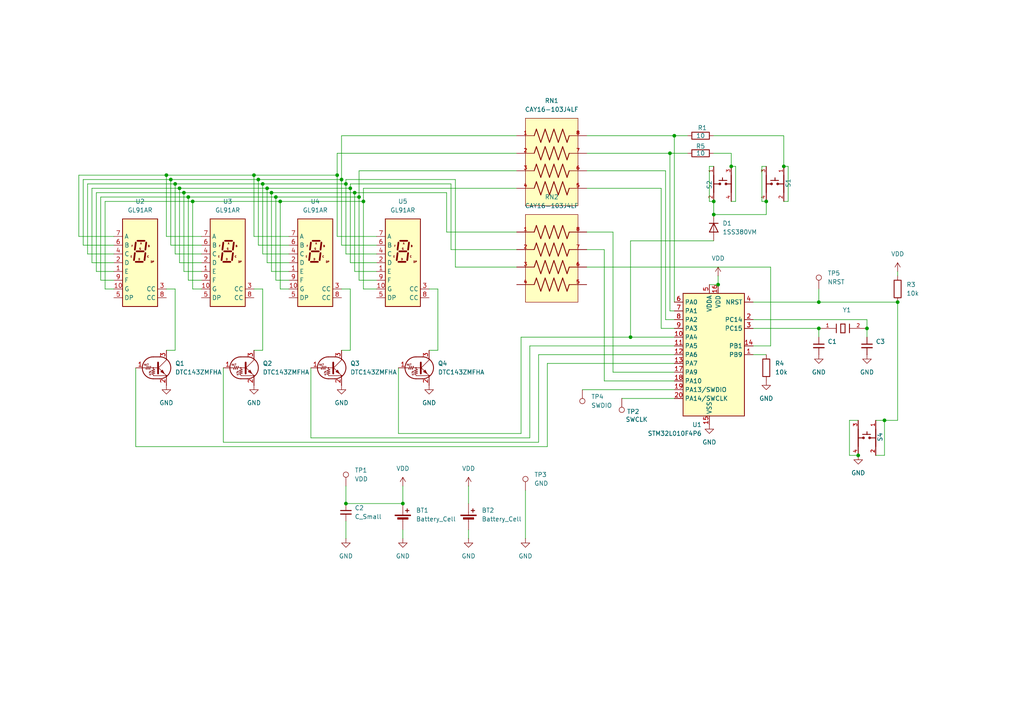
<source format=kicad_sch>
(kicad_sch (version 20231120) (generator "eeschema") (generator_version "8.0")
  (paper "A4")
  (lib_symbols
    (symbol "Connector:TestPoint" (pin_numbers hide) (pin_names (offset 0.762) hide)
      (property "Reference" "TP" (at 0 6.858 0))
      (property "Value" "TestPoint" (at 0 5.08 0))
      (symbol "TestPoint_0_1"
        (circle (center 0 3.302) (radius 0.762))
      )
      (symbol "TestPoint_1_1"
        (pin passive line (at 0 0 90) (length 2.54) (name "1") (number "1"))
      )
    )
    (symbol "Device:Battery_Cell" (pin_numbers hide) (pin_names (offset 0) hide)
      (property "Reference" "BT" (at 2.54 2.54 0))
      (property "Value" "Battery_Cell" (at 2.54 0 0))
      (symbol "Battery_Cell_0_1"
        (rectangle (start -2.286 1.778) (end 2.286 1.524) (fill (type outline)))
        (rectangle (start -1.524 1.016) (end 1.524 0.508) (fill (type outline)))
        (polyline (pts (xy 0 0.762) (xy 0 0)))
        (polyline (pts (xy 0 1.778) (xy 0 2.54)))
        (polyline (pts (xy 0.762 3.048) (xy 1.778 3.048)) (stroke (width 0.254)))
        (polyline (pts (xy 1.27 3.556) (xy 1.27 2.54)) (stroke (width 0.254)))
      )
      (symbol "Battery_Cell_1_1"
        (pin passive line (at 0 5.08 270) (length 2.54) (name "+") (number "1"))
        (pin passive line (at 0 -2.54 90) (length 2.54) (name "-") (number "2"))
      )
    )
    (symbol "Device:C_Small" (pin_numbers hide) (pin_names (offset 0.254) hide)
      (property "Reference" "C" (at 0.254 1.778 0))
      (property "Value" "C_Small" (at 0.254 -2.032 0))
      (symbol "C_Small_0_1"
        (polyline (pts (xy -1.524 -0.508) (xy 1.524 -0.508)) (stroke (width 0.3302)))
        (polyline (pts (xy -1.524 0.508) (xy 1.524 0.508)) (stroke (width 0.3048)))
      )
      (symbol "C_Small_1_1"
        (pin passive line (at 0 2.54 270) (length 2.032) (name "~") (number "1"))
        (pin passive line (at 0 -2.54 90) (length 2.032) (name "~") (number "2"))
      )
    )
    (symbol "Device:R" (pin_numbers hide) (pin_names (offset 0))
      (property "Reference" "R" (at 2.032 0 90))
      (property "Value" "R" (at 0 0 90))
      (symbol "R_0_1"
        (rectangle (start -1.016 -2.54) (end 1.016 2.54) (stroke (width 0.254)))
      )
      (symbol "R_1_1"
        (pin passive line (at 0 3.81 270) (length 1.27) (name "~") (number "1"))
        (pin passive line (at 0 -3.81 90) (length 1.27) (name "~") (number "2"))
      )
    )
    (symbol "Diode:1SS355VM" (pin_numbers hide) (pin_names hide)
      (property "Reference" "D" (at 0 2.54 0))
      (property "Value" "1SS355VM" (at 0 -2.54 0))
      (symbol "1SS355VM_0_1"
        (polyline (pts (xy -1.27 1.27) (xy -1.27 -1.27)) (stroke (width 0.254)))
        (polyline (pts (xy 1.27 0) (xy -1.27 0)))
        (polyline (pts (xy 1.27 1.27) (xy 1.27 -1.27) (xy -1.27 0) (xy 1.27 1.27)) (stroke (width 0.254)))
      )
      (symbol "1SS355VM_1_1"
        (pin passive line (at -3.81 0 0) (length 2.54) (name "K") (number "1"))
        (pin passive line (at 3.81 0 180) (length 2.54) (name "A") (number "2"))
      )
    )
    (symbol "Display_Character:GL91AR"
      (property "Reference" "U" (at -2.54 13.97 0))
      (property "Value" "GL91AR" (at 1.27 13.97 0))
      (symbol "GL91AR_0_0"
        (text "A" (at 0.254 5.588 0) (effects (font (size 0.508 0.508))))
        (text "B" (at 2.54 4.826 0) (effects (font (size 0.508 0.508))))
        (text "C" (at 2.286 1.778 0) (effects (font (size 0.508 0.508))))
        (text "D" (at -0.254 1.016 0) (effects (font (size 0.508 0.508))))
        (text "DP" (at 3.556 0.254 0) (effects (font (size 0.508 0.508))))
        (text "E" (at -2.54 1.778 0) (effects (font (size 0.508 0.508))))
        (text "F" (at -2.286 4.826 0) (effects (font (size 0.508 0.508))))
        (text "G" (at 0 4.064 0) (effects (font (size 0.508 0.508))))
      )
      (symbol "GL91AR_0_1"
        (rectangle (start -5.08 12.7) (end 5.08 -12.7) (stroke (width 0.254)) (fill (type background)))
        (polyline (pts (xy -1.524 2.794) (xy -1.778 0.762)) (stroke (width 0.508)))
        (polyline (pts (xy -1.27 0.254) (xy 0.762 0.254)) (stroke (width 0.508)))
        (polyline (pts (xy -1.27 5.842) (xy -1.524 3.81)) (stroke (width 0.508)))
        (polyline (pts (xy -1.016 3.302) (xy 1.016 3.302)) (stroke (width 0.508)))
        (polyline (pts (xy -0.762 6.35) (xy 1.27 6.35)) (stroke (width 0.508)))
        (polyline (pts (xy 1.524 2.794) (xy 1.27 0.762)) (stroke (width 0.508)))
        (polyline (pts (xy 1.778 5.842) (xy 1.524 3.81)) (stroke (width 0.508)))
        (polyline (pts (xy 2.54 0.254) (xy 2.54 0.254)) (stroke (width 0.508)))
      )
      (symbol "GL91AR_1_1"
        (pin input line (at -7.62 -2.54 0) (length 2.54) (name "E") (number "1"))
        (pin input line (at -7.62 -7.62 0) (length 2.54) (name "G") (number "10"))
        (pin input line (at -7.62 0 0) (length 2.54) (name "D") (number "2"))
        (pin input line (at 7.62 -7.62 180) (length 2.54) (name "CC") (number "3"))
        (pin input line (at -7.62 2.54 0) (length 2.54) (name "C") (number "4"))
        (pin input line (at -7.62 -10.16 0) (length 2.54) (name "DP") (number "5"))
        (pin input line (at -7.62 5.08 0) (length 2.54) (name "B") (number "6"))
        (pin input line (at -7.62 7.62 0) (length 2.54) (name "A") (number "7"))
        (pin input line (at 7.62 -10.16 180) (length 2.54) (name "CC") (number "8"))
        (pin input line (at -7.62 -5.08 0) (length 2.54) (name "F") (number "9"))
      )
    )
    (symbol "MCU_ST_STM32L0:STM32L010F4Px"
      (property "Reference" "U1" (at 4.7341 -20.32 0))
      (property "Value" "STM32L010F4P6" (at 4.7341 -22.86 0))
      (symbol "STM32L010F4Px_0_1"
        (rectangle (start -7.62 17.78) (end 10.16 -17.78) (stroke (width 0.254)) (fill (type background)))
      )
      (symbol "STM32L010F4Px_1_1"
        (pin bidirectional line (at -10.16 0 0) (length 2.54) (name "PB9") (number "1"))
        (pin bidirectional line (at 12.7 5.08 180) (length 2.54) (name "PA4") (number "10"))
        (pin bidirectional line (at 12.7 2.54 180) (length 2.54) (name "PA5") (number "11"))
        (pin bidirectional line (at 12.7 0 180) (length 2.54) (name "PA6") (number "12"))
        (pin bidirectional line (at 12.7 -2.54 180) (length 2.54) (name "PA7") (number "13"))
        (pin bidirectional line (at -10.16 2.54 0) (length 2.54) (name "PB1") (number "14"))
        (pin power_in line (at 2.54 -20.32 90) (length 2.54) (name "VSS") (number "15"))
        (pin power_in line (at 0 20.32 270) (length 2.54) (name "VDD") (number "16"))
        (pin bidirectional line (at 12.7 -5.08 180) (length 2.54) (name "PA9") (number "17"))
        (pin bidirectional line (at 12.7 -7.62 180) (length 2.54) (name "PA10") (number "18"))
        (pin bidirectional line (at 12.7 -10.16 180) (length 2.54) (name "PA13/SWDIO") (number "19"))
        (pin bidirectional line (at -10.16 10.16 0) (length 2.54) (name "PC14") (number "2"))
        (pin bidirectional line (at 12.7 -12.7 180) (length 2.54) (name "PA14/SWCLK") (number "20"))
        (pin bidirectional line (at -10.16 7.62 0) (length 2.54) (name "PC15") (number "3"))
        (pin input line (at -10.16 15.24 0) (length 2.54) (name "NRST") (number "4"))
        (pin power_in line (at 2.54 20.32 270) (length 2.54) (name "VDDA") (number "5"))
        (pin bidirectional line (at 12.7 15.24 180) (length 2.54) (name "PA0") (number "6"))
        (pin bidirectional line (at 12.7 12.7 180) (length 2.54) (name "PA1") (number "7"))
        (pin bidirectional line (at 12.7 10.16 180) (length 2.54) (name "PA2") (number "8"))
        (pin bidirectional line (at 12.7 7.62 180) (length 2.54) (name "PA3") (number "9"))
      )
    )
    (symbol "Resistror_network_smd:CAY16-103J4LF" (pin_names (offset 1.016))
      (property "Reference" "RN" (at -6.8624 13.4635 0))
      (property "Value" "CAY16-103J4LF" (at -6.614 -15.7546 0))
      (symbol "CAY16-103J4LF_0_0"
        (rectangle (start -7.62 -12.7) (end 7.62 12.7) (stroke (width 0.1524)) (fill (type background)))
        (polyline (pts (xy -5.08 -7.62) (xy -4.445 -5.715)) (stroke (width 0.254)))
        (polyline (pts (xy -5.08 -2.54) (xy -4.445 -0.635)) (stroke (width 0.254)))
        (polyline (pts (xy -5.08 2.54) (xy -4.445 4.445)) (stroke (width 0.254)))
        (polyline (pts (xy -5.08 7.62) (xy -4.445 9.525)) (stroke (width 0.254)))
        (polyline (pts (xy -4.445 -5.715) (xy -3.175 -9.525)) (stroke (width 0.254)))
        (polyline (pts (xy -4.445 -0.635) (xy -3.175 -4.445)) (stroke (width 0.254)))
        (polyline (pts (xy -4.445 4.445) (xy -3.175 0.635)) (stroke (width 0.254)))
        (polyline (pts (xy -4.445 9.525) (xy -3.175 5.715)) (stroke (width 0.254)))
        (polyline (pts (xy -3.175 -9.525) (xy -1.905 -5.715)) (stroke (width 0.254)))
        (polyline (pts (xy -3.175 -4.445) (xy -1.905 -0.635)) (stroke (width 0.254)))
        (polyline (pts (xy -3.175 0.635) (xy -1.905 4.445)) (stroke (width 0.254)))
        (polyline (pts (xy -3.175 5.715) (xy -1.905 9.525)) (stroke (width 0.254)))
        (polyline (pts (xy -1.905 -5.715) (xy -0.635 -9.525)) (stroke (width 0.254)))
        (polyline (pts (xy -1.905 -0.635) (xy -0.635 -4.445)) (stroke (width 0.254)))
        (polyline (pts (xy -1.905 4.445) (xy -0.635 0.635)) (stroke (width 0.254)))
        (polyline (pts (xy -1.905 9.525) (xy -0.635 5.715)) (stroke (width 0.254)))
        (polyline (pts (xy -0.635 -9.525) (xy 0.635 -5.715)) (stroke (width 0.254)))
        (polyline (pts (xy -0.635 -4.445) (xy 0.635 -0.635)) (stroke (width 0.254)))
        (polyline (pts (xy -0.635 0.635) (xy 0.635 4.445)) (stroke (width 0.254)))
        (polyline (pts (xy -0.635 5.715) (xy 0.635 9.525)) (stroke (width 0.254)))
        (polyline (pts (xy 0.635 -5.715) (xy 1.905 -9.525)) (stroke (width 0.254)))
        (polyline (pts (xy 0.635 -0.635) (xy 1.905 -4.445)) (stroke (width 0.254)))
        (polyline (pts (xy 0.635 4.445) (xy 1.905 0.635)) (stroke (width 0.254)))
        (polyline (pts (xy 0.635 9.525) (xy 1.905 5.715)) (stroke (width 0.254)))
        (polyline (pts (xy 1.905 -9.525) (xy 3.175 -5.715)) (stroke (width 0.254)))
        (polyline (pts (xy 1.905 -4.445) (xy 3.175 -0.635)) (stroke (width 0.254)))
        (polyline (pts (xy 1.905 0.635) (xy 3.175 4.445)) (stroke (width 0.254)))
        (polyline (pts (xy 1.905 5.715) (xy 3.175 9.525)) (stroke (width 0.254)))
        (polyline (pts (xy 3.175 -5.715) (xy 4.445 -9.525)) (stroke (width 0.254)))
        (polyline (pts (xy 3.175 -0.635) (xy 4.445 -4.445)) (stroke (width 0.254)))
        (polyline (pts (xy 3.175 4.445) (xy 4.445 0.635)) (stroke (width 0.254)))
        (polyline (pts (xy 3.175 9.525) (xy 4.445 5.715)) (stroke (width 0.254)))
        (polyline (pts (xy 4.445 -9.525) (xy 5.08 -7.62)) (stroke (width 0.254)))
        (polyline (pts (xy 4.445 -4.445) (xy 5.08 -2.54)) (stroke (width 0.254)))
        (polyline (pts (xy 4.445 0.635) (xy 5.08 2.54)) (stroke (width 0.254)))
        (polyline (pts (xy 4.445 5.715) (xy 5.08 7.62)) (stroke (width 0.254)))
        (pin passive line (at -10.16 7.62 0) (length 5.08) (name "~") (number "1"))
        (pin passive line (at -10.16 2.54 0) (length 5.08) (name "~") (number "2"))
        (pin passive line (at -10.16 -2.54 0) (length 5.08) (name "~") (number "3"))
        (pin passive line (at -10.16 -7.62 0) (length 5.08) (name "~") (number "4"))
        (pin passive line (at 10.16 -7.62 180) (length 5.08) (name "~") (number "5"))
        (pin passive line (at 10.16 -2.54 180) (length 5.08) (name "~") (number "6"))
        (pin passive line (at 10.16 2.54 180) (length 5.08) (name "~") (number "7"))
        (pin passive line (at 10.16 7.62 180) (length 5.08) (name "~") (number "8"))
      )
    )
    (symbol "SW_SMD:SKRPACE010" (pin_names (offset 1.016))
      (property "Reference" "S" (at -2.5431 5.0863 0))
      (property "Value" "SKRPACE010" (at -2.5442 -5.0884 0))
      (symbol "SKRPACE010_0_0"
        (circle (center 0 -1.016) (radius 0.254) (stroke (width 0.254)))
        (polyline (pts (xy -5.08 2.54) (xy 5.08 2.54)) (stroke (width 0.254)))
        (polyline (pts (xy -2.54 -2.54) (xy 0 -2.54)) (stroke (width 0.254)))
        (polyline (pts (xy -2.54 2.54) (xy 0 2.54)) (stroke (width 0.254)))
        (polyline (pts (xy -1.016 0) (xy -1.778 0)) (stroke (width 0.254)))
        (polyline (pts (xy -1.016 0) (xy -1.016 -1.27)) (stroke (width 0.254)))
        (polyline (pts (xy -1.016 1.016) (xy -1.016 0)) (stroke (width 0.254)))
        (polyline (pts (xy 0 -2.54) (xy 2.54 -2.54)) (stroke (width 0.254)))
        (polyline (pts (xy 0 -1.016) (xy 0 -2.54)) (stroke (width 0.254)))
        (polyline (pts (xy 0 0.762) (xy 0 2.54)) (stroke (width 0.254)))
        (polyline (pts (xy 0 2.54) (xy 2.54 2.54)) (stroke (width 0.254)))
        (polyline (pts (xy 5.08 -2.54) (xy -5.08 -2.54)) (stroke (width 0.254)))
        (circle (center 0 0.762) (radius 0.254) (stroke (width 0.254)))
        (pin bidirectional line (at -5.08 2.54 0) (length 2.54) (name "~") (number "1"))
        (pin bidirectional line (at 5.08 2.54 180) (length 2.54) (name "~") (number "2"))
        (pin bidirectional line (at -5.08 -2.54 0) (length 2.54) (name "~") (number "3"))
        (pin bidirectional line (at 5.08 -2.54 180) (length 2.54) (name "~") (number "4"))
      )
    )
    (symbol "Transistor_BJT:DTC143Z" (pin_names (offset 0) hide)
      (property "Reference" "Q" (at 5.08 1.905 0))
      (property "Value" "DTC143Z" (at 5.08 0 0))
      (symbol "DTC143Z_0_0"
        (text "47k" (at -2.159 -1.524 900) (effects (font (size 0.508 0.508))))
        (text "4k7" (at -3.302 0.889 0) (effects (font (size 0.508 0.508))))
      )
      (symbol "DTC143Z_0_1"
        (circle (center -1.27 0) (radius 0.127))
        (arc (start -1.27 3.175) (mid -4.4312 0) (end -1.27 -3.175) (stroke (width 0.254)))
        (polyline (pts (xy -3.429 0) (xy -3.81 0)))
        (polyline (pts (xy -1.27 -3.175) (xy 0.635 -3.175)) (stroke (width 0.254)))
        (polyline (pts (xy -1.27 3.175) (xy 0.635 3.175)) (stroke (width 0.254)))
        (polyline (pts (xy 0 -0.254) (xy 2.54 2.286)))
        (polyline (pts (xy 0.127 1.524) (xy 0.127 -1.651)) (stroke (width 0.508)) (fill (type outline)))
        (polyline (pts (xy 2.54 2.286) (xy 2.54 2.54)))
        (polyline (pts (xy 2.54 -2.286) (xy 0 0.254) (xy 0 0.254)))
        (polyline (pts (xy 0.889 -1.143) (xy 1.397 -0.635) (xy 1.905 -1.651) (xy 0.889 -1.143)) (fill (type outline)))
        (polyline (pts (xy 0 0) (xy -1.905 0) (xy -2.032 0.508) (xy -2.286 -0.508) (xy -2.54 0.508) (xy -2.794 -0.508) (xy -3.048 0.508) (xy -3.302 -0.508) (xy -3.429 0)))
        (polyline (pts (xy -1.27 0) (xy -1.27 -0.381) (xy -0.762 -0.508) (xy -1.778 -0.762) (xy -0.762 -1.016) (xy -1.778 -1.27) (xy -0.762 -1.524) (xy -1.778 -1.778) (xy -1.27 -1.905) (xy -1.27 -2.286) (xy 2.54 -2.286)))
        (arc (start 0.635 -3.175) (mid 3.7962 0) (end 0.635 3.175) (stroke (width 0.254)))
        (circle (center 2.54 -2.286) (radius 0.127))
      )
      (symbol "DTC143Z_1_1"
        (pin input line (at -6.35 0 0) (length 2.54) (name "B") (number "1"))
        (pin passive line (at 2.54 -5.08 90) (length 2.54) (name "E") (number "2"))
        (pin passive line (at 2.54 5.08 270) (length 2.54) (name "C") (number "3"))
      )
    )
    (symbol "Xtal_SMD:FC-135_32.7680KA-A0" (pin_names (offset 1.016))
      (property "Reference" "Y1" (at 0.508 5.334 0))
      (symbol "FC-135_32.7680KA-A0_0_0"
        (polyline (pts (xy -2.54 1.27) (xy -2.54 -1.27)) (stroke (width 0.254)))
        (polyline (pts (xy -1.27 -1.27) (xy -1.27 1.27)) (stroke (width 0.254)))
        (polyline (pts (xy -1.27 1.27) (xy 0 1.27)) (stroke (width 0.254)))
        (polyline (pts (xy 0 -1.27) (xy -1.27 -1.27)) (stroke (width 0.254)))
        (polyline (pts (xy 0 1.27) (xy 0 -1.27)) (stroke (width 0.254)))
        (polyline (pts (xy 1.27 1.27) (xy 1.27 -1.27)) (stroke (width 0.254)))
        (pin passive line (at -7.62 0 0) (length 5.08) (name "~") (number "1"))
        (pin passive line (at 6.35 0 180) (length 5.08) (name "~") (number "2"))
      )
    )
    (symbol "power:GND" (power) (pin_numbers hide) (pin_names (offset 0) hide)
      (property "Value" "GND" (at 0 -3.81 0))
      (symbol "GND_0_1"
        (polyline (pts (xy 0 0) (xy 0 -1.27) (xy 1.27 -1.27) (xy 0 -2.54) (xy -1.27 -1.27) (xy 0 -1.27)))
      )
      (symbol "GND_1_1"
        (pin power_in line (at 0 0 270) (length 0) (name "~") (number "1"))
      )
    )
    (symbol "power:VDD" (power) (pin_numbers hide) (pin_names (offset 0) hide)
      (property "Value" "VDD" (at 0 3.556 0))
      (symbol "VDD_0_1"
        (polyline (pts (xy -0.762 1.27) (xy 0 2.54)))
        (polyline (pts (xy 0 0) (xy 0 2.54)))
        (polyline (pts (xy 0 2.54) (xy 0.762 1.27)))
      )
      (symbol "VDD_1_1"
        (pin power_in line (at 0 0 90) (length 0) (name "~") (number "1"))
      )
    )
  )
  (junction (at 105.41 58.42))
  (junction (at 52.07 54.61))
  (junction (at 208.28 82.55))
  (junction (at 116.84 146.05))
  (junction (at 74.93 52.07))
  (junction (at 50.8 53.34))
  (junction (at 227.33 48.26))
  (junction (at 207.01 62.23))
  (junction (at 237.49 95.25))
  (junction (at 256.54 121.92))
  (junction (at 102.87 55.88))
  (junction (at 104.14 57.15))
  (junction (at 222.25 58.42))
  (junction (at 194.31 44.45))
  (junction (at 76.2 53.34))
  (junction (at 237.49 87.63))
  (junction (at 251.46 95.25))
  (junction (at 97.79 50.8))
  (junction (at 53.34 55.88))
  (junction (at 100.33 146.05))
  (junction (at 195.58 39.37))
  (junction (at 49.53 52.07))
  (junction (at 212.09 48.26))
  (junction (at 48.26 50.8))
  (junction (at 101.6 54.61))
  (junction (at 73.66 50.8))
  (junction (at 80.01 57.15))
  (junction (at 260.35 87.63))
  (junction (at 78.74 55.88))
  (junction (at 99.06 52.07))
  (junction (at 248.92 132.08))
  (junction (at 54.61 57.15))
  (junction (at 81.28 58.42))
  (junction (at 100.33 53.34))
  (junction (at 207.01 58.42))
  (junction (at 77.47 54.61))
  (junction (at 55.88 58.42))
  (junction (at 182.88 97.79))
  (wire (pts (xy 177.8 67.31) (xy 170.18 67.31)))
  (wire (pts (xy 207.01 44.45) (xy 212.09 44.45)))
  (wire (pts (xy 48.26 68.58) (xy 48.26 50.8)))
  (wire (pts (xy 104.14 49.53) (xy 104.14 57.15)))
  (wire (pts (xy 100.33 52.07) (xy 132.08 52.07)))
  (wire (pts (xy 194.31 44.45) (xy 199.39 44.45)))
  (wire (pts (xy 90.17 127) (xy 153.67 127)))
  (wire (pts (xy 77.47 54.61) (xy 77.47 76.2)))
  (wire (pts (xy 212.09 48.26) (xy 213.36 48.26)))
  (wire (pts (xy 100.33 53.34) (xy 100.33 73.66)))
  (wire (pts (xy 130.81 72.39) (xy 149.86 72.39)))
  (wire (pts (xy 78.74 55.88) (xy 102.87 55.88)))
  (wire (pts (xy 83.82 76.2) (xy 77.47 76.2)))
  (wire (pts (xy 102.87 55.88) (xy 102.87 78.74)))
  (wire (pts (xy 170.18 49.53) (xy 193.04 49.53)))
  (wire (pts (xy 101.6 54.61) (xy 101.6 53.34)))
  (wire (pts (xy 180.34 115.57) (xy 195.58 115.57)))
  (wire (pts (xy 149.86 44.45) (xy 97.79 44.45)))
  (wire (pts (xy 195.58 39.37) (xy 195.58 87.63)))
  (wire (pts (xy 48.26 50.8) (xy 73.66 50.8)))
  (wire (pts (xy 207.01 62.23) (xy 222.25 62.23)))
  (wire (pts (xy 195.58 92.71) (xy 193.04 92.71)))
  (wire (pts (xy 81.28 83.82) (xy 81.28 58.42)))
  (wire (pts (xy 25.4 73.66) (xy 25.4 53.34)))
  (wire (pts (xy 127 83.82) (xy 127 101.6)))
  (wire (pts (xy 151.13 97.79) (xy 151.13 125.73)))
  (wire (pts (xy 132.08 77.47) (xy 149.86 77.47)))
  (wire (pts (xy 195.58 90.17) (xy 194.31 90.17)))
  (wire (pts (xy 105.41 58.42) (xy 105.41 83.82)))
  (wire (pts (xy 26.67 76.2) (xy 26.67 54.61)))
  (wire (pts (xy 97.79 50.8) (xy 97.79 68.58)))
  (wire (pts (xy 135.89 153.67) (xy 135.89 156.21)))
  (wire (pts (xy 100.33 146.05) (xy 116.84 146.05)))
  (wire (pts (xy 149.86 39.37) (xy 99.06 39.37)))
  (wire (pts (xy 58.42 83.82) (xy 55.88 83.82)))
  (wire (pts (xy 246.38 121.92) (xy 246.38 132.08)))
  (wire (pts (xy 50.8 101.6) (xy 48.26 101.6)))
  (wire (pts (xy 22.86 68.58) (xy 22.86 50.8)))
  (wire (pts (xy 228.6 48.26) (xy 228.6 58.42)))
  (wire (pts (xy 218.44 95.25) (xy 237.49 95.25)))
  (wire (pts (xy 208.28 80.01) (xy 208.28 82.55)))
  (wire (pts (xy 156.21 102.87) (xy 195.58 102.87)))
  (wire (pts (xy 130.81 53.34) (xy 130.81 72.39)))
  (wire (pts (xy 260.35 87.63) (xy 260.35 121.92)))
  (wire (pts (xy 129.54 67.31) (xy 149.86 67.31)))
  (wire (pts (xy 52.07 54.61) (xy 77.47 54.61)))
  (wire (pts (xy 22.86 50.8) (xy 48.26 50.8)))
  (wire (pts (xy 129.54 55.88) (xy 129.54 67.31)))
  (wire (pts (xy 100.33 53.34) (xy 100.33 52.07)))
  (wire (pts (xy 24.13 71.12) (xy 33.02 71.12)))
  (wire (pts (xy 177.8 107.95) (xy 177.8 67.31)))
  (wire (pts (xy 58.42 76.2) (xy 52.07 76.2)))
  (wire (pts (xy 153.67 100.33) (xy 153.67 127)))
  (wire (pts (xy 24.13 52.07) (xy 49.53 52.07)))
  (wire (pts (xy 73.66 68.58) (xy 73.66 50.8)))
  (wire (pts (xy 222.25 58.42) (xy 222.25 62.23)))
  (wire (pts (xy 83.82 78.74) (xy 78.74 78.74)))
  (wire (pts (xy 83.82 83.82) (xy 81.28 83.82)))
  (wire (pts (xy 205.74 82.55) (xy 208.28 82.55)))
  (wire (pts (xy 53.34 55.88) (xy 78.74 55.88)))
  (wire (pts (xy 220.98 48.26) (xy 220.98 58.42)))
  (wire (pts (xy 168.91 113.03) (xy 195.58 113.03)))
  (wire (pts (xy 156.21 102.87) (xy 156.21 128.27)))
  (wire (pts (xy 135.89 140.97) (xy 135.89 146.05)))
  (wire (pts (xy 218.44 87.63) (xy 237.49 87.63)))
  (wire (pts (xy 55.88 58.42) (xy 81.28 58.42)))
  (wire (pts (xy 105.41 54.61) (xy 105.41 58.42)))
  (wire (pts (xy 90.17 106.68) (xy 90.17 127)))
  (wire (pts (xy 212.09 44.45) (xy 212.09 48.26)))
  (wire (pts (xy 132.08 52.07) (xy 132.08 77.47)))
  (wire (pts (xy 33.02 73.66) (xy 25.4 73.66)))
  (wire (pts (xy 170.18 44.45) (xy 194.31 44.45)))
  (wire (pts (xy 175.26 110.49) (xy 195.58 110.49)))
  (wire (pts (xy 175.26 110.49) (xy 175.26 72.39)))
  (wire (pts (xy 248.92 121.92) (xy 246.38 121.92)))
  (wire (pts (xy 39.37 106.68) (xy 39.37 129.54)))
  (wire (pts (xy 53.34 78.74) (xy 53.34 55.88)))
  (wire (pts (xy 102.87 55.88) (xy 129.54 55.88)))
  (wire (pts (xy 105.41 83.82) (xy 109.22 83.82)))
  (wire (pts (xy 24.13 71.12) (xy 24.13 52.07)))
  (wire (pts (xy 195.58 39.37) (xy 199.39 39.37)))
  (wire (pts (xy 99.06 83.82) (xy 101.6 83.82)))
  (wire (pts (xy 207.01 48.26) (xy 205.74 48.26)))
  (wire (pts (xy 80.01 81.28) (xy 80.01 57.15)))
  (wire (pts (xy 52.07 76.2) (xy 52.07 54.61)))
  (wire (pts (xy 49.53 71.12) (xy 49.53 52.07)))
  (wire (pts (xy 158.75 105.41) (xy 158.75 129.54)))
  (wire (pts (xy 99.06 71.12) (xy 109.22 71.12)))
  (wire (pts (xy 237.49 83.82) (xy 237.49 87.63)))
  (wire (pts (xy 29.21 81.28) (xy 29.21 57.15)))
  (wire (pts (xy 182.88 97.79) (xy 151.13 97.79)))
  (wire (pts (xy 124.46 83.82) (xy 127 83.82)))
  (wire (pts (xy 54.61 57.15) (xy 80.01 57.15)))
  (wire (pts (xy 182.88 69.85) (xy 182.88 97.79)))
  (wire (pts (xy 55.88 58.42) (xy 55.88 83.82)))
  (wire (pts (xy 76.2 53.34) (xy 76.2 73.66)))
  (wire (pts (xy 83.82 73.66) (xy 76.2 73.66)))
  (wire (pts (xy 152.4 142.24) (xy 152.4 156.21)))
  (wire (pts (xy 97.79 68.58) (xy 109.22 68.58)))
  (wire (pts (xy 83.82 81.28) (xy 80.01 81.28)))
  (wire (pts (xy 39.37 129.54) (xy 158.75 129.54)))
  (wire (pts (xy 30.48 83.82) (xy 30.48 58.42)))
  (wire (pts (xy 33.02 81.28) (xy 29.21 81.28)))
  (wire (pts (xy 115.57 125.73) (xy 151.13 125.73)))
  (wire (pts (xy 101.6 54.61) (xy 101.6 76.2)))
  (wire (pts (xy 101.6 76.2) (xy 109.22 76.2)))
  (wire (pts (xy 207.01 69.85) (xy 182.88 69.85)))
  (wire (pts (xy 101.6 101.6) (xy 99.06 101.6)))
  (wire (pts (xy 73.66 101.6) (xy 76.2 101.6)))
  (wire (pts (xy 33.02 78.74) (xy 27.94 78.74)))
  (wire (pts (xy 207.01 39.37) (xy 227.33 39.37)))
  (wire (pts (xy 227.33 48.26) (xy 228.6 48.26)))
  (wire (pts (xy 116.84 140.97) (xy 116.84 146.05)))
  (wire (pts (xy 158.75 105.41) (xy 195.58 105.41)))
  (wire (pts (xy 218.44 92.71) (xy 251.46 92.71)))
  (wire (pts (xy 194.31 90.17) (xy 194.31 44.45)))
  (wire (pts (xy 27.94 78.74) (xy 27.94 55.88)))
  (wire (pts (xy 222.25 48.26) (xy 220.98 48.26)))
  (wire (pts (xy 30.48 58.42) (xy 55.88 58.42)))
  (wire (pts (xy 50.8 73.66) (xy 50.8 53.34)))
  (wire (pts (xy 254 121.92) (xy 256.54 121.92)))
  (wire (pts (xy 124.46 101.6) (xy 127 101.6)))
  (wire (pts (xy 76.2 83.82) (xy 76.2 101.6)))
  (wire (pts (xy 58.42 71.12) (xy 49.53 71.12)))
  (wire (pts (xy 104.14 57.15) (xy 104.14 81.28)))
  (wire (pts (xy 64.77 128.27) (xy 156.21 128.27)))
  (wire (pts (xy 207.01 58.42) (xy 207.01 62.23)))
  (wire (pts (xy 227.33 39.37) (xy 227.33 48.26)))
  (wire (pts (xy 58.42 81.28) (xy 54.61 81.28)))
  (wire (pts (xy 50.8 53.34) (xy 76.2 53.34)))
  (wire (pts (xy 99.06 52.07) (xy 99.06 71.12)))
  (wire (pts (xy 213.36 48.26) (xy 213.36 58.42)))
  (wire (pts (xy 27.94 55.88) (xy 53.34 55.88)))
  (wire (pts (xy 80.01 57.15) (xy 104.14 57.15)))
  (wire (pts (xy 25.4 53.34) (xy 50.8 53.34)))
  (wire (pts (xy 205.74 48.26) (xy 205.74 58.42)))
  (wire (pts (xy 54.61 81.28) (xy 54.61 57.15)))
  (wire (pts (xy 83.82 71.12) (xy 74.93 71.12)))
  (wire (pts (xy 256.54 132.08) (xy 256.54 121.92)))
  (wire (pts (xy 73.66 83.82) (xy 76.2 83.82)))
  (wire (pts (xy 74.93 52.07) (xy 74.93 71.12)))
  (wire (pts (xy 223.52 100.33) (xy 223.52 77.47)))
  (wire (pts (xy 170.18 54.61) (xy 191.77 54.61)))
  (wire (pts (xy 115.57 125.73) (xy 115.57 106.68)))
  (wire (pts (xy 97.79 44.45) (xy 97.79 50.8)))
  (wire (pts (xy 76.2 53.34) (xy 100.33 53.34)))
  (wire (pts (xy 29.21 57.15) (xy 54.61 57.15)))
  (wire (pts (xy 153.67 100.33) (xy 195.58 100.33)))
  (wire (pts (xy 218.44 100.33) (xy 223.52 100.33)))
  (wire (pts (xy 256.54 121.92) (xy 260.35 121.92)))
  (wire (pts (xy 218.44 102.87) (xy 222.25 102.87)))
  (wire (pts (xy 102.87 78.74) (xy 109.22 78.74)))
  (wire (pts (xy 213.36 58.42) (xy 212.09 58.42)))
  (wire (pts (xy 237.49 87.63) (xy 260.35 87.63)))
  (wire (pts (xy 175.26 72.39) (xy 170.18 72.39)))
  (wire (pts (xy 246.38 132.08) (xy 248.92 132.08)))
  (wire (pts (xy 58.42 78.74) (xy 53.34 78.74)))
  (wire (pts (xy 149.86 49.53) (xy 104.14 49.53)))
  (wire (pts (xy 104.14 81.28) (xy 109.22 81.28)))
  (wire (pts (xy 220.98 58.42) (xy 222.25 58.42)))
  (wire (pts (xy 26.67 54.61) (xy 52.07 54.61)))
  (wire (pts (xy 100.33 73.66) (xy 109.22 73.66)))
  (wire (pts (xy 101.6 83.82) (xy 101.6 101.6)))
  (wire (pts (xy 77.47 54.61) (xy 101.6 54.61)))
  (wire (pts (xy 260.35 78.74) (xy 260.35 80.01)))
  (wire (pts (xy 195.58 97.79) (xy 182.88 97.79)))
  (wire (pts (xy 50.8 83.82) (xy 50.8 101.6)))
  (wire (pts (xy 251.46 92.71) (xy 251.46 95.25)))
  (wire (pts (xy 205.74 58.42) (xy 207.01 58.42)))
  (wire (pts (xy 48.26 83.82) (xy 50.8 83.82)))
  (wire (pts (xy 58.42 68.58) (xy 48.26 68.58)))
  (wire (pts (xy 100.33 140.97) (xy 100.33 146.05)))
  (wire (pts (xy 58.42 73.66) (xy 50.8 73.66)))
  (wire (pts (xy 81.28 58.42) (xy 105.41 58.42)))
  (wire (pts (xy 49.53 52.07) (xy 74.93 52.07)))
  (wire (pts (xy 195.58 95.25) (xy 191.77 95.25)))
  (wire (pts (xy 191.77 95.25) (xy 191.77 54.61)))
  (wire (pts (xy 116.84 153.67) (xy 116.84 156.21)))
  (wire (pts (xy 74.93 52.07) (xy 99.06 52.07)))
  (wire (pts (xy 83.82 68.58) (xy 73.66 68.58)))
  (wire (pts (xy 78.74 78.74) (xy 78.74 55.88)))
  (wire (pts (xy 64.77 128.27) (xy 64.77 106.68)))
  (wire (pts (xy 73.66 50.8) (xy 97.79 50.8)))
  (wire (pts (xy 100.33 151.13) (xy 100.33 156.21)))
  (wire (pts (xy 170.18 39.37) (xy 195.58 39.37)))
  (wire (pts (xy 193.04 92.71) (xy 193.04 49.53)))
  (wire (pts (xy 237.49 95.25) (xy 237.49 97.79)))
  (wire (pts (xy 254 132.08) (xy 256.54 132.08)))
  (wire (pts (xy 33.02 68.58) (xy 22.86 68.58)))
  (wire (pts (xy 228.6 58.42) (xy 227.33 58.42)))
  (wire (pts (xy 223.52 77.47) (xy 170.18 77.47)))
  (wire (pts (xy 33.02 83.82) (xy 30.48 83.82)))
  (wire (pts (xy 149.86 54.61) (xy 105.41 54.61)))
  (wire (pts (xy 99.06 39.37) (xy 99.06 52.07)))
  (wire (pts (xy 101.6 53.34) (xy 130.81 53.34)))
  (wire (pts (xy 251.46 95.25) (xy 251.46 97.79)))
  (wire (pts (xy 33.02 76.2) (xy 26.67 76.2)))
  (wire (pts (xy 195.58 107.95) (xy 177.8 107.95)))
  (symbol (lib_id "Device:C_Small") (at 237.49 100.33 0) (unit 1)
    (property "Reference" "C1" (at 240.03 99.0662 0) (effects (justify left)))
    (property "Value" "C_Small" (effects (hide yes)))
    (property "Footprint" "Capacitor_SMD:C_0603_1608Metric" (effects (hide yes)))
    (property "Description" "Unpolarized capacitor, small symbol" (effects (hide yes)))
  )
  (symbol (lib_id "power:VDD") (at 116.84 140.97 0) (unit 1)
    (property "Reference" "#PWR07" (effects (hide yes)))
    (property "Value" "VDD" (at 116.84 135.89 0))
    (property "Description" "Power symbol creates a global label with name \"VDD\"" (effects (hide yes)))
  )
  (symbol (lib_id "Display_Character:GL91AR") (at 40.64 76.2 0) (unit 1)
    (property "Reference" "U2" (at 40.64 58.42 0))
    (property "Value" "GL91AR" (at 40.64 60.96 0))
    (property "Footprint" "Display_7Segment:GL91AR" (effects (hide yes)))
    (property "Description" "One digit 7 segment red LED, low current, common cathode" (effects (hide yes)))
  )
  (symbol (lib_id "MCU_ST_STM32L0:STM32L010F4Px") (at 208.28 102.87 0) (mirror y) (unit 1)
    (property "Reference" "U1" (at 203.5459 123.19 0) (effects (justify left)))
    (property "Value" "STM32L010F4P6" (at 203.5459 125.73 0) (effects (justify left)))
    (property "Footprint" "Package_SO:TSSOP-20_4.4x6.5mm_P0.65mm" (effects (hide yes)))
    (property "Datasheet" "https://www.st.com/resource/en/datasheet/stm32l010f4.pdf" (effects (hide yes)))
    (property "Description" "STMicroelectronics Arm Cortex-M0+ MCU, 16KB flash, 2KB RAM, 32 MHz, 1.8-3.6V, 16 GPIO, TSSOP20" (effects (hide yes)))
  )
  (symbol (lib_id "Transistor_BJT:DTC143Z") (at 96.52 106.68 0) (unit 1)
    (property "Reference" "Q3" (at 101.6 105.4099 0) (effects (justify left)))
    (property "Value" "DTC143ZMFHA" (at 101.6 107.9499 0) (effects (justify left)))
    (property "Footprint" "Package_TO_SOT_SMD:SOT-723" (effects (hide yes)))
    (property "Description" "Digital NPN Transistor, 4k7/47k, SOT-23" (effects (hide yes)))
  )
  (symbol (lib_id "SW_SMD:SKRPACE010") (at 251.46 127 270) (unit 1)
    (property "Reference" "S4" (at 255.27 126.746 0))
    (property "Value" "SKRPACE010" (effects (hide yes)))
    (property "Footprint" "SW_SMD:SW_SKRPACE010" (effects (hide yes)))
    (property "MF" "ALPS" (effects (hide yes)))
    (property "Description_1" "\nSwitch Tactile N.O. SPST Button J-Bend 0.05A 16VDC 2.55N SMD Automotive T/R\n" (effects (hide yes)))
    (property "Package" "None" (effects (hide yes)))
    (property "Price" "None" (effects (hide yes)))
    (property "Check_prices" "https://www.snapeda.com/parts/SKRPACE010/ALPS/view-part/?ref=eda" (effects (hide yes)))
    (property "STANDARD" "Maniufacturer Recommendations" (effects (hide yes)))
    (property "SnapEDA_Link" "https://www.snapeda.com/parts/SKRPACE010/ALPS/view-part/?ref=snap" (effects (hide yes)))
    (property "MP" "SKRPACE010" (effects (hide yes)))
    (property "Availability" "In Stock" (effects (hide yes)))
    (property "MANUFACTURER" "ALPS" (effects (hide yes)))
  )
  (symbol (lib_id "Display_Character:GL91AR") (at 66.04 76.2 0) (unit 1)
    (property "Reference" "U3" (at 66.04 58.42 0))
    (property "Value" "GL91AR" (at 66.04 60.96 0))
    (property "Footprint" "Display_7Segment:GL91AR" (effects (hide yes)))
    (property "Description" "One digit 7 segment red LED, low current, common cathode" (effects (hide yes)))
  )
  (symbol (lib_id "power:GND") (at 251.46 102.87 0) (unit 1)
    (property "Reference" "#PWR011" (effects (hide yes)))
    (property "Value" "GND" (at 251.46 107.95 0))
    (property "Description" "Power symbol creates a global label with name \"GND\" , ground" (effects (hide yes)))
  )
  (symbol (lib_id "power:GND") (at 205.74 123.19 0) (unit 1)
    (property "Reference" "#PWR09" (effects (hide yes)))
    (property "Value" "GND" (at 205.74 128.27 0))
    (property "Description" "Power symbol creates a global label with name \"GND\" , ground" (effects (hide yes)))
  )
  (symbol (lib_id "power:GND") (at 237.49 102.87 0) (unit 1)
    (property "Reference" "#PWR010" (effects (hide yes)))
    (property "Value" "GND" (at 237.49 107.95 0))
    (property "Description" "Power symbol creates a global label with name \"GND\" , ground" (effects (hide yes)))
  )
  (symbol (lib_id "Device:C_Small") (at 100.33 148.59 0) (unit 1)
    (property "Reference" "C2" (at 102.87 147.3262 0) (effects (justify left)))
    (property "Value" "C_Small" (at 102.87 149.8662 0) (effects (justify left)))
    (property "Footprint" "Capacitor_SMD:C_0603_1608Metric" (effects (hide yes)))
    (property "Description" "Unpolarized capacitor, small symbol" (effects (hide yes)))
  )
  (symbol (lib_id "power:GND") (at 99.06 111.76 0) (unit 1)
    (property "Reference" "#PWR03" (effects (hide yes)))
    (property "Value" "GND" (at 99.06 116.84 0))
    (property "Description" "Power symbol creates a global label with name \"GND\" , ground" (effects (hide yes)))
  )
  (symbol (lib_id "power:GND") (at 135.89 156.21 0) (unit 1)
    (property "Reference" "#PWR012" (effects (hide yes)))
    (property "Value" "GND" (at 135.89 161.29 0))
    (property "Description" "Power symbol creates a global label with name \"GND\" , ground" (effects (hide yes)))
  )
  (symbol (lib_id "Resistror_network_smd:CAY16-103J4LF") (at 160.02 46.99 0) (unit 1)
    (property "Reference" "RN1" (at 160.02 29.21 0))
    (property "Value" "CAY16-103J4LF" (at 160.02 31.75 0))
    (property "Footprint" "SW_SMD:RESCAF80P320X160X60-8N" (effects (hide yes)))
    (property "MF" "Bourns" (effects (hide yes)))
    (property "Description_1" "\nResistor, Chip Array,10 Kilohms,62 mW,+ 5%,50 V (Max.) | Bourns CAY16-103J4LF\n" (effects (hide yes)))
    (property "Package" "1206 Bourns" (effects (hide yes)))
    (property "Price" "None" (effects (hide yes)))
    (property "Check_prices" "https://www.snapeda.com/parts/CAY16-103J4LF/Bourns+-+J.W.+Miller/view-part/?ref=eda" (effects (hide yes)))
    (property "STANDARD" "IPC-7351B" (effects (hide yes)))
    (property "SnapEDA_Link" "https://www.snapeda.com/parts/CAY16-103J4LF/Bourns+-+J.W.+Miller/view-part/?ref=snap" (effects (hide yes)))
    (property "MP" "CAY16-103J4LF" (effects (hide yes)))
    (property "Availability" "In Stock" (effects (hide yes)))
    (property "MANUFACTURER" "Bourns" (effects (hide yes)))
  )
  (symbol (lib_id "power:GND") (at 222.25 110.49 0) (unit 1)
    (property "Reference" "#PWR020" (effects (hide yes)))
    (property "Value" "GND" (at 222.25 115.57 0))
    (property "Description" "Power symbol creates a global label with name \"GND\" , ground" (effects (hide yes)))
  )
  (symbol (lib_id "Connector:TestPoint") (at 237.49 83.82 0) (unit 1)
    (property "Reference" "TP5" (at 240.03 79.2479 0) (effects (justify left)))
    (property "Value" "NRST" (at 240.03 81.7879 0) (effects (justify left)))
    (property "Footprint" "TestPoint:TestPoint_THTPad_D1.1mm_Drill0.7mm" (effects (hide yes)))
    (property "Description" "test point" (effects (hide yes)))
  )
  (symbol (lib_id "Connector:TestPoint") (at 180.34 115.57 180) (unit 1)
    (property "Reference" "TP2" (at 183.642 119.38 0))
    (property "Value" "SWCLK" (at 184.658 121.666 0))
    (property "Footprint" "TestPoint:TestPoint_THTPad_D1.1mm_Drill0.7mm" (effects (hide yes)))
    (property "Description" "test point" (effects (hide yes)))
  )
  (symbol (lib_id "power:GND") (at 116.84 156.21 0) (unit 1)
    (property "Reference" "#PWR05" (effects (hide yes)))
    (property "Value" "GND" (at 116.84 161.29 0))
    (property "Description" "Power symbol creates a global label with name \"GND\" , ground" (effects (hide yes)))
  )
  (symbol (lib_id "power:VDD") (at 260.35 78.74 0) (unit 1)
    (property "Reference" "#PWR018" (effects (hide yes)))
    (property "Value" "VDD" (at 260.35 73.66 0))
    (property "Description" "Power symbol creates a global label with name \"VDD\"" (effects (hide yes)))
  )
  (symbol (lib_id "Xtal_SMD:FC-135_32.7680KA-A0") (at 245.11 95.25 0) (unit 1)
    (property "Reference" "Y1" (at 245.618 89.916 0))
    (property "Value" "FC-135_32.7680KA-A0" (effects (hide yes)))
    (property "Footprint" "SW_SMD:XTAL_FC-135_32.7680KA-A0" (effects (hide yes)))
    (property "MF" "EPSON" (effects (hide yes)))
    (property "DESCRIPTION" "32.7680 Khz 20ppm 12.5pf" (effects (hide yes)))
    (property "PACKAGE" "SMD-2 Epson" (effects (hide yes)))
    (property "PRICE" "0.33 USD" (effects (hide yes)))
    (property "Package" "SMD-2 Epson" (effects (hide yes)))
    (property "Check_prices" "https://www.snapeda.com/parts/FC-135%2032.7680KA-A0/EPSON/view-part/?ref=eda" (effects (hide yes)))
    (property "STANDARD" "Manufacturer Recommendation" (effects (hide yes)))
    (property "SnapEDA_Link" "https://www.snapeda.com/parts/FC-135%2032.7680KA-A0/EPSON/view-part/?ref=snap" (effects (hide yes)))
    (property "MP" "FC-135 32.7680KA-A0" (effects (hide yes)))
    (property "Price" "None" (effects (hide yes)))
    (property "Availability" "In Stock" (effects (hide yes)))
    (property "AVAILABILITY" "Good" (effects (hide yes)))
    (property "Description_1" "\n32.768 kHz ±20ppm Crystal 12.5pF 70 kOhms 2-SMD, No Lead\n" (effects (hide yes)))
  )
  (symbol (lib_id "SW_SMD:SKRPACE010") (at 224.79 53.34 270) (unit 1)
    (property "Reference" "S1" (at 228.6 53.086 0))
    (property "Value" "SKRPACE010" (effects (hide yes)))
    (property "Footprint" "SW_SMD:SW_SKRPACE010" (effects (hide yes)))
    (property "MF" "ALPS" (effects (hide yes)))
    (property "Description_1" "\nSwitch Tactile N.O. SPST Button J-Bend 0.05A 16VDC 2.55N SMD Automotive T/R\n" (effects (hide yes)))
    (property "Package" "None" (effects (hide yes)))
    (property "Price" "None" (effects (hide yes)))
    (property "Check_prices" "https://www.snapeda.com/parts/SKRPACE010/ALPS/view-part/?ref=eda" (effects (hide yes)))
    (property "STANDARD" "Maniufacturer Recommendations" (effects (hide yes)))
    (property "SnapEDA_Link" "https://www.snapeda.com/parts/SKRPACE010/ALPS/view-part/?ref=snap" (effects (hide yes)))
    (property "MP" "SKRPACE010" (effects (hide yes)))
    (property "Availability" "In Stock" (effects (hide yes)))
    (property "MANUFACTURER" "ALPS" (effects (hide yes)))
  )
  (symbol (lib_id "Device:Battery_Cell") (at 116.84 151.13 0) (unit 1)
    (property "Reference" "BT1" (at 120.65 148.0184 0) (effects (justify left)))
    (property "Value" "Battery_Cell" (at 120.65 150.5584 0) (effects (justify left)))
    (property "Footprint" "Battery:BatteryHolder_Keystone_1058_1x2032" (effects (hide yes)))
    (property "Description" "Single-cell battery" (effects (hide yes)))
  )
  (symbol (lib_id "Device:R") (at 203.2 39.37 90) (unit 1)
    (property "Reference" "R1" (at 203.708 37.084 90))
    (property "Value" "10" (at 203.2 39.37 90))
    (property "Footprint" "Resistor_SMD:R_0603_1608Metric" (effects (hide yes)))
    (property "Description" "Resistor" (effects (hide yes)))
  )
  (symbol (lib_id "Connector:TestPoint") (at 168.91 113.03 180) (unit 1)
    (property "Reference" "TP4" (at 171.45 115.0619 0) (effects (justify right)))
    (property "Value" "SWDIO" (at 171.45 117.6019 0) (effects (justify right)))
    (property "Footprint" "TestPoint:TestPoint_THTPad_D1.1mm_Drill0.7mm" (effects (hide yes)))
    (property "Description" "test point" (effects (hide yes)))
  )
  (symbol (lib_id "power:GND") (at 152.4 156.21 0) (unit 1)
    (property "Reference" "#PWR015" (effects (hide yes)))
    (property "Value" "GND" (at 152.4 161.29 0))
    (property "Description" "Power symbol creates a global label with name \"GND\" , ground" (effects (hide yes)))
  )
  (symbol (lib_id "power:GND") (at 248.92 132.08 0) (unit 1)
    (property "Reference" "#PWR019" (effects (hide yes)))
    (property "Value" "GND" (at 248.92 137.16 0))
    (property "Description" "Power symbol creates a global label with name \"GND\" , ground" (effects (hide yes)))
  )
  (symbol (lib_id "power:GND") (at 100.33 156.21 0) (unit 1)
    (property "Reference" "#PWR06" (effects (hide yes)))
    (property "Value" "GND" (at 100.33 161.29 0))
    (property "Description" "Power symbol creates a global label with name \"GND\" , ground" (effects (hide yes)))
  )
  (symbol (lib_id "Device:R") (at 260.35 83.82 0) (unit 1)
    (property "Reference" "R3" (at 262.89 82.5499 0) (effects (justify left)))
    (property "Value" "10k" (at 262.89 85.0899 0) (effects (justify left)))
    (property "Footprint" "Resistor_SMD:R_0603_1608Metric" (effects (hide yes)))
    (property "Description" "Resistor" (effects (hide yes)))
  )
  (symbol (lib_id "Connector:TestPoint") (at 100.33 140.97 0) (unit 1)
    (property "Reference" "TP1" (at 102.87 136.3979 0) (effects (justify left)))
    (property "Value" "VDD" (at 102.87 138.9379 0) (effects (justify left)))
    (property "Footprint" "TestPoint:TestPoint_THTPad_D1.1mm_Drill0.7mm" (effects (hide yes)))
    (property "Description" "test point" (effects (hide yes)))
  )
  (symbol (lib_id "Diode:1SS355VM") (at 207.01 66.04 270) (unit 1)
    (property "Reference" "D1" (at 209.55 64.7699 90) (effects (justify left)))
    (property "Value" "1SS380VM" (at 209.55 67.3099 90) (effects (justify left)))
    (property "Footprint" "Diode_SMD:D_SOD-323F" (effects (hide yes)))
    (property "Datasheet" "https://fscdn.rohm.com/en/products/databook/datasheet/discrete/diode/switching/1ss355vmte-17-e.pdf" (effects (hide yes)))
    (property "Description" "90V 0.1A high speed switching Diode, SOD-323F" (effects (hide yes)))
    (property "Sim.Device" "D" (effects (hide yes)))
    (property "Sim.Pins" "1=K 2=A" (effects (hide yes)))
  )
  (symbol (lib_id "Transistor_BJT:DTC143Z") (at 45.72 106.68 0) (unit 1)
    (property "Reference" "Q1" (at 50.8 105.4099 0) (effects (justify left)))
    (property "Value" "DTC143ZMFHA" (at 50.8 107.9499 0) (effects (justify left)))
    (property "Footprint" "Package_TO_SOT_SMD:SOT-723" (effects (hide yes)))
    (property "Description" "Digital NPN Transistor, 4k7/47k, SOT-23" (effects (hide yes)))
  )
  (symbol (lib_id "power:VDD") (at 208.28 80.01 0) (unit 1)
    (property "Reference" "#PWR08" (effects (hide yes)))
    (property "Value" "VDD" (at 208.28 74.93 0))
    (property "Description" "Power symbol creates a global label with name \"VDD\"" (effects (hide yes)))
  )
  (symbol (lib_id "Transistor_BJT:DTC143Z") (at 71.12 106.68 0) (unit 1)
    (property "Reference" "Q2" (at 76.2 105.4099 0) (effects (justify left)))
    (property "Value" "DTC143ZMFHA" (at 76.2 107.9499 0) (effects (justify left)))
    (property "Footprint" "Package_TO_SOT_SMD:SOT-723" (effects (hide yes)))
    (property "Description" "Digital NPN Transistor, 4k7/47k, SOT-23" (effects (hide yes)))
  )
  (symbol (lib_id "SW_SMD:SKRPACE010") (at 209.55 53.34 90) (mirror x) (unit 1)
    (property "Reference" "S2" (at 205.74 53.594 0))
    (property "Value" "SKRPACE010" (effects (hide yes)))
    (property "Footprint" "SW_SMD:SW_SKRPACE010" (effects (hide yes)))
    (property "MF" "ALPS" (effects (hide yes)))
    (property "Description_1" "\nSwitch Tactile N.O. SPST Button J-Bend 0.05A 16VDC 2.55N SMD Automotive T/R\n" (effects (hide yes)))
    (property "Package" "None" (effects (hide yes)))
    (property "Price" "None" (effects (hide yes)))
    (property "Check_prices" "https://www.snapeda.com/parts/SKRPACE010/ALPS/view-part/?ref=eda" (effects (hide yes)))
    (property "STANDARD" "Maniufacturer Recommendations" (effects (hide yes)))
    (property "SnapEDA_Link" "https://www.snapeda.com/parts/SKRPACE010/ALPS/view-part/?ref=snap" (effects (hide yes)))
    (property "MP" "SKRPACE010" (effects (hide yes)))
    (property "Availability" "In Stock" (effects (hide yes)))
    (property "MANUFACTURER" "ALPS" (effects (hide yes)))
  )
  (symbol (lib_id "Display_Character:GL91AR") (at 91.44 76.2 0) (unit 1)
    (property "Reference" "U4" (at 91.44 58.42 0))
    (property "Value" "GL91AR" (at 91.44 60.96 0))
    (property "Footprint" "Display_7Segment:GL91AR" (effects (hide yes)))
    (property "Description" "One digit 7 segment red LED, low current, common cathode" (effects (hide yes)))
  )
  (symbol (lib_id "power:GND") (at 73.66 111.76 0) (unit 1)
    (property "Reference" "#PWR02" (effects (hide yes)))
    (property "Value" "GND" (at 73.66 116.84 0))
    (property "Description" "Power symbol creates a global label with name \"GND\" , ground" (effects (hide yes)))
  )
  (symbol (lib_id "Device:Battery_Cell") (at 135.89 151.13 0) (unit 1)
    (property "Reference" "BT2" (at 139.7 148.0184 0) (effects (justify left)))
    (property "Value" "Battery_Cell" (at 139.7 150.5584 0) (effects (justify left)))
    (property "Footprint" "Battery:Battery_CH224-2032" (effects (hide yes)))
    (property "Description" "Single-cell battery" (effects (hide yes)))
  )
  (symbol (lib_id "power:GND") (at 124.46 111.76 0) (unit 1)
    (property "Reference" "#PWR04" (effects (hide yes)))
    (property "Value" "GND" (at 124.46 116.84 0))
    (property "Description" "Power symbol creates a global label with name \"GND\" , ground" (effects (hide yes)))
  )
  (symbol (lib_id "power:GND") (at 48.26 111.76 0) (unit 1)
    (property "Reference" "#PWR01" (effects (hide yes)))
    (property "Value" "GND" (at 48.26 116.84 0))
    (property "Description" "Power symbol creates a global label with name \"GND\" , ground" (effects (hide yes)))
  )
  (symbol (lib_id "Resistror_network_smd:CAY16-103J4LF") (at 160.02 74.93 0) (unit 1)
    (property "Reference" "RN2" (at 160.02 57.15 0))
    (property "Value" "CAY16-103J4LF" (at 160.02 59.69 0))
    (property "Footprint" "SW_SMD:RESCAF80P320X160X60-8N" (effects (hide yes)))
    (property "MF" "Bourns" (effects (hide yes)))
    (property "Description_1" "\nResistor, Chip Array,10 Kilohms,62 mW,+ 5%,50 V (Max.) | Bourns CAY16-103J4LF\n" (effects (hide yes)))
    (property "Package" "1206 Bourns" (effects (hide yes)))
    (property "Price" "None" (effects (hide yes)))
    (property "Check_prices" "https://www.snapeda.com/parts/CAY16-103J4LF/Bourns+-+J.W.+Miller/view-part/?ref=eda" (effects (hide yes)))
    (property "STANDARD" "IPC-7351B" (effects (hide yes)))
    (property "SnapEDA_Link" "https://www.snapeda.com/parts/CAY16-103J4LF/Bourns+-+J.W.+Miller/view-part/?ref=snap" (effects (hide yes)))
    (property "MP" "CAY16-103J4LF" (effects (hide yes)))
    (property "Availability" "In Stock" (effects (hide yes)))
    (property "MANUFACTURER" "Bourns" (effects (hide yes)))
  )
  (symbol (lib_id "Device:C_Small") (at 251.46 100.33 0) (unit 1)
    (property "Reference" "C3" (at 254 99.0662 0) (effects (justify left)))
    (property "Value" "C_Small" (effects (hide yes)))
    (property "Footprint" "Capacitor_SMD:C_0603_1608Metric" (effects (hide yes)))
    (property "Description" "Unpolarized capacitor, small symbol" (effects (hide yes)))
  )
  (symbol (lib_id "Device:R") (at 203.2 44.45 90) (unit 1)
    (property "Reference" "R5" (at 203.2 42.418 90))
    (property "Value" "10" (at 203.2 44.45 90))
    (property "Footprint" "Resistor_SMD:R_0603_1608Metric" (effects (hide yes)))
    (property "Description" "Resistor" (effects (hide yes)))
  )
  (symbol (lib_id "Device:R") (at 222.25 106.68 0) (unit 1)
    (property "Reference" "R4" (at 224.79 105.4099 0) (effects (justify left)))
    (property "Value" "10k" (at 224.79 107.9499 0) (effects (justify left)))
    (property "Footprint" "Resistor_SMD:R_0603_1608Metric" (effects (hide yes)))
    (property "Description" "Resistor" (effects (hide yes)))
  )
  (symbol (lib_id "power:VDD") (at 135.89 140.97 0) (unit 1)
    (property "Reference" "#PWR013" (effects (hide yes)))
    (property "Value" "VDD" (at 135.89 135.89 0))
    (property "Description" "Power symbol creates a global label with name \"VDD\"" (effects (hide yes)))
  )
  (symbol (lib_id "Display_Character:GL91AR") (at 116.84 76.2 0) (unit 1)
    (property "Reference" "U5" (at 116.84 58.42 0))
    (property "Value" "GL91AR" (at 116.84 60.96 0))
    (property "Footprint" "Display_7Segment:GL91AR" (effects (hide yes)))
    (property "Description" "One digit 7 segment red LED, low current, common cathode" (effects (hide yes)))
  )
  (symbol (lib_id "Connector:TestPoint") (at 152.4 142.24 0) (unit 1)
    (property "Reference" "TP3" (at 154.94 137.6679 0) (effects (justify left)))
    (property "Value" "GND" (at 154.94 140.2079 0) (effects (justify left)))
    (property "Footprint" "TestPoint:TestPoint_THTPad_D1.1mm_Drill0.7mm" (effects (hide yes)))
    (property "Description" "test point" (effects (hide yes)))
  )
  (symbol (lib_id "Transistor_BJT:DTC143Z") (at 121.92 106.68 0) (unit 1)
    (property "Reference" "Q4" (at 127 105.4099 0) (effects (justify left)))
    (property "Value" "DTC143ZMFHA" (at 127 107.9499 0) (effects (justify left)))
    (property "Footprint" "Package_TO_SOT_SMD:SOT-723" (effects (hide yes)))
    (property "Description" "Digital NPN Transistor, 4k7/47k, SOT-23" (effects (hide yes)))
  )
)
</source>
